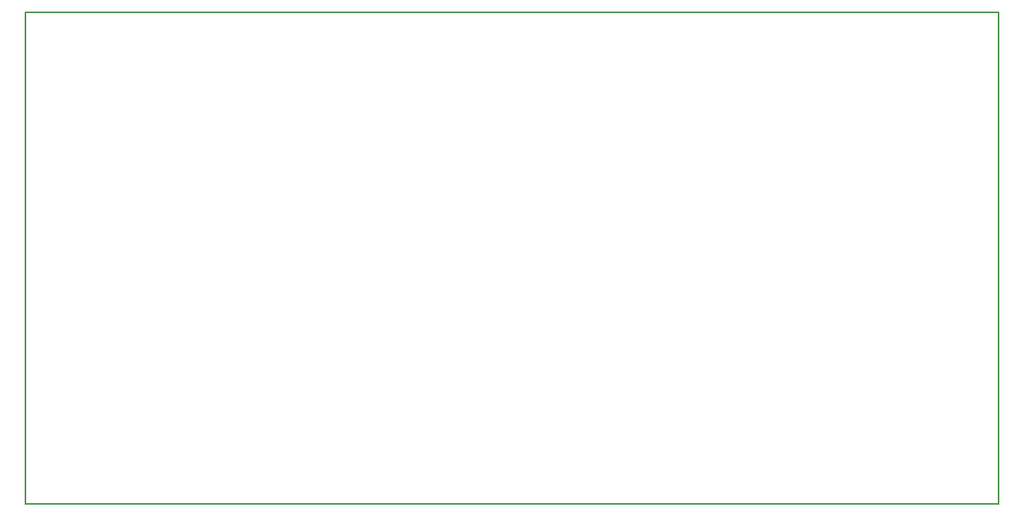
<source format=gbr>
G04 #@! TF.GenerationSoftware,KiCad,Pcbnew,(5.1.9)-1*
G04 #@! TF.CreationDate,2021-03-29T18:58:07+02:00*
G04 #@! TF.ProjectId,Interface_board_1,496e7465-7266-4616-9365-5f626f617264,4.h.0.01*
G04 #@! TF.SameCoordinates,Original*
G04 #@! TF.FileFunction,Profile,NP*
%FSLAX46Y46*%
G04 Gerber Fmt 4.6, Leading zero omitted, Abs format (unit mm)*
G04 Created by KiCad (PCBNEW (5.1.9)-1) date 2021-03-29 18:58:07*
%MOMM*%
%LPD*%
G01*
G04 APERTURE LIST*
G04 #@! TA.AperFunction,Profile*
%ADD10C,0.150000*%
G04 #@! TD*
G04 APERTURE END LIST*
D10*
X98538460Y-79161840D02*
X205538580Y-79161840D01*
X98538460Y-133161840D02*
X98538460Y-79161840D01*
X205538580Y-133161840D02*
X98538460Y-133161840D01*
X205538580Y-79161840D02*
X205538580Y-133161840D01*
M02*

</source>
